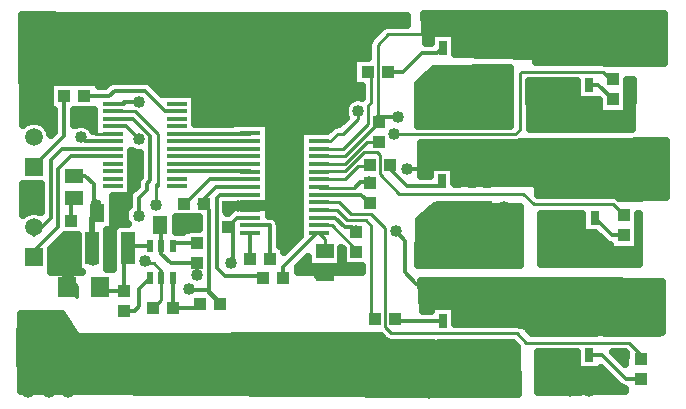
<source format=gtl>
G04 DipTrace 3.0.0.2*
G04 silbasmp6531BIG.GTL*
%MOIN*%
G04 #@! TF.FileFunction,Copper,L1,Top*
G04 #@! TF.Part,Single*
G04 #@! TA.AperFunction,Conductor*
%ADD10C,0.009843*%
%ADD14C,0.012992*%
%ADD15C,0.019685*%
G04 #@! TA.AperFunction,CopperBalancing*
%ADD16C,0.025*%
%ADD17R,0.03937X0.043307*%
%ADD18R,0.051181X0.059055*%
G04 #@! TA.AperFunction,ComponentPad*
%ADD19C,0.062992*%
%ADD20R,0.062992X0.062992*%
%ADD21R,0.059055X0.051181*%
%ADD22R,0.043307X0.03937*%
%ADD23R,0.062992X0.070866*%
G04 #@! TA.AperFunction,ComponentPad*
%ADD24R,0.059055X0.059055*%
%ADD25C,0.059055*%
%ADD26R,0.045276X0.106299*%
G04 #@! TA.AperFunction,ComponentPad*
%ADD27R,0.19685X0.19685*%
%ADD28R,0.19685X0.177165*%
%ADD30R,0.027559X0.045276*%
%ADD31R,0.185039X0.181102*%
%ADD32R,0.070866X0.01378*%
%ADD34R,0.023622X0.043307*%
%ADD35R,0.070866X0.015748*%
%ADD36R,0.098425X0.216535*%
G04 #@! TA.AperFunction,ViaPad*
%ADD37C,0.04*%
%FSLAX26Y26*%
G04*
G70*
G90*
G75*
G01*
G04 Top*
%LPD*%
X975010Y1245268D2*
D14*
X1221202D1*
X1221493Y1245559D1*
X975010Y1170268D2*
X1220013D1*
X1221493Y1168787D1*
X975010Y1270268D2*
X1220612D1*
X1221493Y1271150D1*
X975010Y1195268D2*
X1220604D1*
X1221493Y1194378D1*
X975010Y1295268D2*
X1220013D1*
X1221486Y1296740D1*
X975010Y1220268D2*
X1221194D1*
X1221493Y1219969D1*
X1637320Y676593D2*
D10*
X1624822D1*
Y989060D1*
X1606073Y1007808D1*
X1543580D1*
X1510554Y1040835D1*
X1449840D1*
Y1143197D2*
Y1145294D1*
X1537331D1*
X1581076Y1189039D1*
X1618572D1*
Y1190333D1*
X1449840Y1245559D2*
X1531357D1*
X1612323Y1326525D1*
Y1389018D1*
X1624822Y1401517D1*
Y1501507D1*
X1612323D1*
X2524727Y545357D2*
Y557856D1*
X2484575Y598008D1*
X2140861D1*
X2109177Y629692D1*
X1690471D1*
X1670685Y649478D1*
Y980693D1*
X1624822Y1026556D1*
X1556079D1*
X1516210Y1066425D1*
X1449840D1*
Y1168787D2*
Y1170291D1*
X1537331D1*
X1599824Y1232785D1*
X1643570D1*
X1651862Y1224492D1*
Y1160613D1*
X1717176Y1095299D1*
X2131018D1*
X2166079Y1060239D1*
X2428908D1*
X2466089Y1023058D1*
X2430987Y1476509D2*
X2421377D1*
X2396379Y1501507D1*
X2124769D1*
X2118520Y1495257D1*
Y1307777D1*
X2104668Y1293925D1*
X1699814D1*
X1581076Y1370270D2*
Y1345273D1*
X1531081Y1295278D1*
X1512333D1*
X1487336Y1270281D1*
X1450709D1*
X1449840Y1271150D1*
Y1117606D2*
Y1114047D1*
X1568577D1*
D14*
X1587325Y1132795D1*
X1616759D1*
X1618572Y1130982D1*
X1743559Y1176541D2*
X1906042D1*
X1912291Y1182790D1*
Y1139035D1*
X1909646Y1136390D1*
X1619831Y1130982D2*
X1618572D1*
X499940Y882822D2*
X481192D1*
X581181Y982811D1*
Y1176541D1*
X624908Y1220268D1*
X762412D1*
X924801Y814079D2*
D10*
Y741114D1*
X897776Y714089D1*
X608430Y782832D2*
X612428D1*
X643675Y751585D1*
Y789081D1*
X612428Y820328D1*
X995223Y992694D2*
X981672D1*
Y977797D1*
X785559Y1032110D2*
Y993458D1*
X749915Y957814D1*
Y932816D1*
X924801Y814079D2*
Y839172D1*
X899898Y864075D1*
X874899D1*
X868651Y870323D1*
X762412Y1295268D2*
X706178D1*
X656173Y1345273D1*
X1449840Y1296740D2*
X1460877D1*
X1443591Y1314026D1*
X1221493Y1040835D2*
Y1054159D1*
X1180192D1*
X1221493Y1066425D2*
X1192458D1*
X1180192Y1054159D1*
X1468588Y828890D2*
X1449840D1*
X624927Y939066D2*
D14*
Y914068D1*
X599929Y889071D1*
Y832827D1*
X612428Y820328D1*
X1221493Y1066425D2*
X1271686D1*
X1335663Y1130402D1*
X1221493Y1040835D2*
X1246096D1*
X1335663Y1130402D1*
X1148013Y1051472D2*
X1180192D1*
Y1054159D1*
X1285543Y876572D2*
Y989654D1*
X1221493D1*
X1862281Y670324D2*
X1710518D1*
X1704249Y676593D1*
X499940Y982822D2*
Y957814D1*
X556184Y1014058D1*
Y1207787D1*
X593664Y1245268D1*
X762412D1*
X2524727Y478428D2*
X2472919D1*
X2393491Y557856D1*
X2349781D1*
X2349761Y557875D1*
X848795Y1021693D2*
Y1081693D1*
X874999Y1107896D1*
Y1127622D1*
X887399Y1140022D1*
Y1289029D1*
X831155Y1345273D1*
X762417D1*
X762412Y1345268D1*
X1449840Y1015244D2*
X1504898D1*
X1537331Y982811D1*
X1560514D1*
X1574827Y968499D1*
X1912281Y670324D2*
Y751596D1*
X1868546Y795331D1*
X1774806D1*
X1737310Y832827D1*
Y939066D1*
X1706063Y970312D1*
X1574827Y968499D2*
Y970312D1*
X633885Y1080092D2*
X624927D1*
Y1005995D1*
X1221493Y1092016D2*
X1121308D1*
X1109144Y1079852D1*
Y848556D1*
X1137373Y820328D1*
X1257924D1*
X1264173Y814079D1*
X1679252Y1501507D2*
X1731060D1*
X1793554Y1564000D1*
X1843552D1*
X1862281Y1582728D1*
X2430987Y1409580D2*
X2428615D1*
X2380415Y1457781D1*
X2349761D1*
X499940Y1282790D2*
D15*
Y1264031D1*
X694298Y914068D2*
Y1015652D1*
X710756Y1032110D1*
X762412Y1270268D2*
D14*
Y1270281D1*
X668672D1*
X656173Y1282780D1*
X710756Y1032110D2*
D15*
Y1053215D1*
X706168Y1057803D1*
X1120844Y726493D2*
D14*
Y730618D1*
X1078492Y772970D1*
X1015022D1*
Y779219D1*
X696306Y872959D2*
Y912060D1*
X694298Y914068D1*
X497304Y1276530D2*
D15*
Y1280155D1*
X499940Y1282790D1*
X1221493Y1117606D2*
D14*
X1106541D1*
X1051299Y1062365D1*
X1067916D1*
X1064068D1*
X1084406Y1042028D1*
Y762932D1*
X1120844Y726493D1*
X633885Y1154895D2*
X671570D1*
X699919Y1126546D1*
Y1057803D1*
D15*
X706168D1*
X1912281Y1582728D2*
D10*
Y1570239D1*
X1918541Y1576499D1*
Y1626493D1*
X1681066D1*
X1645895Y1591323D1*
Y1334898D1*
X1649819D1*
X1449840Y1219969D2*
X1537013D1*
X1649819Y1332774D1*
Y1334898D1*
X1712312Y1351522D2*
D14*
X1643570D1*
Y1341147D1*
X1649819Y1334898D1*
X799908Y772458D2*
X729041D1*
X718667Y782832D1*
X799908Y772458D2*
Y914068D1*
X812408D1*
X887399Y920378D2*
X818718D1*
X812408Y914068D1*
X964705Y714089D2*
X1041510D1*
X1053915Y726493D1*
X964705Y714089D2*
Y811576D1*
X962202Y814079D1*
X920420Y992694D2*
X924801D1*
Y920378D1*
Y895415D1*
X956140Y864075D1*
X1042482D1*
X1042831Y863724D1*
X1221493Y1015244D2*
X1177051D1*
X1162370Y1000563D1*
Y857824D1*
X1156121Y864073D1*
X1044345Y824825D2*
Y863724D1*
X1042831D1*
X1148013Y984543D2*
Y986207D1*
X1162370Y1000563D1*
X887399Y814079D2*
X849904Y776584D1*
Y720339D1*
X835094Y705529D1*
X799908D1*
X1042831Y930654D2*
X962202D1*
Y920378D1*
X1685501Y1190333D2*
Y1178354D1*
X1743559Y1120297D1*
X1856049D1*
X1859646Y1123894D1*
Y1136390D1*
X666858Y1420265D2*
X749913D1*
X768661Y1439013D1*
X868651D1*
X937396Y1370268D1*
X975010D1*
X499940Y1182790D2*
Y1189039D1*
X599929Y1289029D1*
Y1420265D1*
X906147Y1057803D2*
D10*
Y1126546D1*
X912396Y1120297D1*
Y1295278D1*
X837407Y1370268D1*
X762412D1*
Y1395268D2*
D14*
X799908D1*
Y1401517D1*
X849903D1*
X762412Y1320268D2*
X806165D1*
X849903Y1276530D1*
X2466089Y956129D2*
X2426458D1*
X2368509Y1014077D1*
X1218614Y876572D2*
Y961184D1*
X1221493Y964063D1*
X1468588Y903693D2*
D10*
Y945315D1*
X1449840Y964063D1*
X1331102Y814079D2*
D14*
Y850386D1*
X1444780Y964063D1*
X1449840D1*
X1000987Y1062365D2*
X1004449D1*
X1087378Y1145294D1*
X1219396D1*
X1221493Y1143197D1*
X1449840Y989654D2*
D10*
X1492992D1*
X1574827Y907819D1*
Y901570D1*
X1449840Y1092016D2*
D14*
X1590609D1*
X1618572Y1064052D1*
X1649819Y1267969D2*
D10*
X1610010D1*
X1536420Y1194378D1*
X1449840D1*
D37*
X1699814Y1293925D3*
X1581076Y1370270D3*
X1743559Y1176541D3*
X1617727Y1133085D3*
X612428Y820328D3*
X981672Y977797D3*
X749915Y932816D3*
X868651Y870323D3*
X656173Y1345273D3*
X1443591Y1314026D3*
X1180192Y1054159D3*
X1449840Y828890D3*
X848795Y1021693D3*
X1706063Y970312D3*
X1574827D3*
X656173Y1282780D3*
D3*
X706168Y1057803D3*
X656173Y1282780D3*
X1015022Y779219D3*
X696306Y872959D3*
X1712312Y1351522D3*
X1156121Y864073D3*
X1044345Y824825D3*
X906147Y1057803D3*
X849903Y1401517D3*
Y1276530D3*
X1853412Y1330138D3*
X1903406D3*
X1797168Y1380134D3*
Y1330138D3*
X1965899D3*
X2022143D3*
X2072139Y1386382D3*
Y1330138D3*
X2067665Y1051812D3*
X512438Y682843D3*
X749913Y1657740D3*
X787409Y1651491D3*
X2283891Y1384175D3*
X2230348Y1321669D3*
X2286605D3*
X2342655Y1321203D3*
X2405154D3*
X2463420Y1321184D3*
X837404Y1651491D3*
X881150D3*
X924895D3*
X968640D3*
X1028451Y492726D3*
X2340585Y1384175D3*
X2230348D3*
X1078451Y492726D3*
X2067665Y995563D3*
Y933063D3*
X2084636Y442731D3*
X1128451Y492726D3*
X1178451D3*
X1228450D3*
X1278450D3*
X1328450D3*
X1378451D3*
X1811417Y870562D3*
X2002067Y870711D3*
X1939567D3*
X1870818Y870710D3*
X2234622Y930180D3*
Y880181D3*
X2284622Y880180D3*
X2349745Y439118D3*
X2384622Y880180D3*
X2434621D3*
X1018635Y1651491D3*
X1428451Y492726D3*
X1478451D3*
X1056131Y1645241D3*
X1099877D3*
X1143622Y1651491D3*
X1199866Y1645241D3*
X1237362Y1651491D3*
X2284622Y930180D3*
X2084636Y555219D3*
Y498975D3*
X1287357Y1651491D3*
X1349850Y1645241D3*
X1815916Y480227D3*
Y430234D3*
X1734675Y517724D3*
X1815916Y530223D3*
X1672180Y517724D3*
X1609686D3*
X1551286Y515562D3*
X1399845Y1645241D3*
X1449840D3*
X1499835Y1651491D3*
X1549829D3*
X1599824D3*
X1651987Y1656367D3*
X599929Y1670239D3*
X2347110Y486478D3*
X2290866Y492727D3*
X499940Y1651491D3*
X493690Y1613995D3*
X481192Y1551501D3*
X681171Y1626493D3*
X481192Y432869D3*
X549934D3*
X612428D3*
X2231008Y445367D3*
X2287252Y439118D3*
X2234622Y492727D3*
X568682Y682843D3*
X574932Y620349D3*
X468693Y676593D3*
X697283Y480228D3*
X524937Y620349D3*
X753528Y480228D3*
X803521D3*
X653538D3*
X847268D3*
X897261D3*
X462444Y620349D3*
X522751Y1547818D3*
X531186Y1670239D3*
X666035Y1561364D3*
X643675Y1495257D3*
X678535Y1655105D3*
X1393596Y1320276D3*
Y1382769D3*
X1814184Y1489151D2*
D16*
X2082963D1*
X1786156Y1464282D2*
X2083109D1*
X1782640Y1439413D2*
X2083207D1*
X1782640Y1414545D2*
X2083353D1*
X1782640Y1389676D2*
X2083451D1*
X1782640Y1364807D2*
X2083597D1*
X1782640Y1339938D2*
X2083696D1*
X2085348Y1513810D2*
X1834702Y1509638D1*
X1780119Y1461121D1*
X1780117Y1319581D1*
X2086318D1*
X2085346Y1513803D1*
X1793420Y1245411D2*
X2603483D1*
X1793420Y1220542D2*
X2603483D1*
X1793420Y1195673D2*
X2603483D1*
X1793420Y1170804D2*
X1816862D1*
X1902429D2*
X2603483D1*
X1902429Y1145936D2*
X2603483D1*
X2180895Y1121067D2*
X2603483D1*
X2180895Y1096198D2*
X2603483D1*
X1831874Y1185520D2*
X1899917D1*
Y1130100D1*
X2166860Y1130123D1*
X2170663Y1129210D1*
X2173997Y1127167D1*
X2176537Y1124193D1*
X2178034Y1120580D1*
X2178379Y1117661D1*
Y1092320D1*
X2191079Y1091652D1*
X2431373Y1091555D1*
X2438615Y1090114D1*
X2445322Y1087024D1*
X2451121Y1082451D1*
X2451349Y1082203D1*
X2451777Y1081795D1*
X2605967Y1082802D1*
Y1270155D1*
X2384604Y1267644D1*
X2120980D1*
X2115728Y1265403D1*
X2108486Y1263962D1*
X1881021Y1263865D1*
X1790933D1*
X1790920Y1153248D1*
X1819390Y1153285D1*
X1819374Y1185520D1*
X1831874D1*
X1795349Y780323D2*
X2590983D1*
X1796667Y755454D2*
X2590983D1*
X1797937Y730585D2*
X2590983D1*
X1799206Y705717D2*
X1819499D1*
X1905066D2*
X2590983D1*
X1905066Y680848D2*
X2590983D1*
X2141003Y655979D2*
X2590983D1*
X2161121Y631110D2*
X2304949D1*
X1834509Y719454D2*
X1902552D1*
Y661105D1*
X2111642Y661008D1*
X2118885Y659567D1*
X2121558Y658549D1*
X2124804Y657846D1*
X2133937Y657501D1*
X2137550Y656004D1*
X2140524Y653465D1*
X2159339Y630220D1*
X2593469Y632849D1*
X2593295Y801755D1*
X2334610Y805192D1*
X1791596D1*
X1796833Y703302D1*
X1821993Y703312D1*
X1822009Y719454D1*
X1834509D1*
X1804722Y1670366D2*
X2597231D1*
X1806333Y1645497D2*
X2597231D1*
X1807944Y1620629D2*
X1819545D1*
X1905063D2*
X2597231D1*
X1905063Y1595760D2*
X2597231D1*
X1905063Y1570891D2*
X2597231D1*
X2174643Y1546022D2*
X2597231D1*
X1834509Y1631858D2*
X1902552D1*
Y1559446D1*
X2161794Y1554928D1*
X2165492Y1553656D1*
X2168617Y1551304D1*
X2170862Y1548102D1*
X2172008Y1544362D1*
X2172130Y1532900D1*
X2398844Y1532823D1*
X2404093Y1531945D1*
X2422052Y1531647D1*
X2599718Y1532755D1*
Y1695235D1*
X1800577D1*
X1806987Y1597007D1*
X1822021Y1596988D1*
X1822009Y1631858D1*
X1834509D1*
X2152927Y1449003D2*
X2307009D1*
X2479685D2*
X2493696D1*
X2153415Y1424134D2*
X2307009D1*
X2479685D2*
X2493077D1*
X2153903Y1399265D2*
X2382302D1*
X2479685D2*
X2492461D1*
X2154392Y1374396D2*
X2382302D1*
X2479685D2*
X2491930D1*
X2154881Y1349528D2*
X2491286D1*
X2155369Y1324659D2*
X2490701D1*
X2382953Y1408651D2*
X2309490D1*
Y1470126D1*
X2150042Y1470093D1*
X2153358Y1311416D1*
X2492958Y1312050D1*
X2496787Y1473797D1*
X2477148Y1473556D1*
X2477164Y1361434D1*
X2384810D1*
Y1406795D1*
X2193169Y1011870D2*
X2325718D1*
X2193169Y987001D2*
X2325718D1*
X2193218Y962133D2*
X2371323D1*
X2193266Y937264D2*
X2396177D1*
X2193266Y912395D2*
X2417417D1*
X2193315Y887526D2*
X2513218D1*
X2193365Y862657D2*
X2513315D1*
X2371037Y964948D2*
X2328238D1*
Y1028864D1*
X2190577Y1028825D1*
X2190877Y861440D1*
X2515828D1*
X2515243Y1027656D1*
X2512282Y1027702D1*
X2512266Y907983D1*
X2419912D1*
Y923852D1*
X2413833Y925651D1*
X2407068Y929441D1*
X2403131Y932802D1*
X2370987Y964946D1*
X2183514Y551734D2*
X2307005D1*
X2448724D2*
X2469310D1*
X2183514Y526865D2*
X2307005D1*
X2183514Y501996D2*
X2400219D1*
X2183514Y477127D2*
X2425072D1*
X2183514Y452259D2*
X2450365D1*
X2390033Y514672D2*
Y508745D1*
X2309490D1*
Y566606D1*
X2181010Y566594D1*
X2181014Y433097D1*
X2468839Y438879D1*
X2468987Y445650D1*
X2462724Y447054D1*
X2455682Y450301D1*
X2449592Y455101D1*
X2390034Y514660D1*
X2471538Y566594D2*
X2431402D1*
X2471167Y526919D1*
X2472213Y565919D1*
X1807598Y1028077D2*
X2115831D1*
X1784259Y1003209D2*
X2115831D1*
X1784160Y978340D2*
X2115831D1*
X1784063Y953471D2*
X2115831D1*
X1783965Y928602D2*
X2115831D1*
X1783867Y903735D2*
X2115831D1*
X1783770Y878866D2*
X2115831D1*
X2118370Y1052219D2*
X1836155Y1052936D1*
X1781782Y1009413D1*
X1781196Y856655D1*
X2118352Y856715D1*
Y1052272D1*
X1794571Y574096D2*
X2107636D1*
X1757949Y549227D2*
X2107979D1*
X1766251Y524358D2*
X2108272D1*
X1774503Y499490D2*
X2108613D1*
X1782803Y474621D2*
X2108955D1*
X1791104Y449752D2*
X2109297D1*
X2110014Y584429D2*
X2095444Y599000D1*
X1849743Y598965D1*
X1752793Y557168D1*
X1796310Y426635D1*
X2112157Y426621D1*
X2109992Y584495D1*
X457794Y670471D2*
X606455D1*
X457207Y645602D2*
X622374D1*
X456573Y620734D2*
X638243D1*
X456134Y595865D2*
X1827598D1*
X456475Y570996D2*
X1822911D1*
X456866Y546127D2*
X1818223D1*
X457257Y521259D2*
X1813535D1*
X457647Y496390D2*
X1808849D1*
X457990Y471521D2*
X1804161D1*
X458379Y446652D2*
X1799474D1*
X1830613Y598278D2*
X1688007Y598375D1*
X1680764Y599815D1*
X1674058Y602907D1*
X1668259Y607479D1*
X1668030Y607727D1*
X1655932Y619804D1*
X648122Y617047D1*
X644399Y618245D1*
X641228Y620534D1*
X639508Y622669D1*
X593058Y695378D1*
X455837Y695340D1*
X453559Y599156D1*
X456196Y439119D1*
X637534Y438799D1*
X1798576Y428896D1*
X1830564Y598316D1*
X462308Y1667731D2*
X687265D1*
X462308Y1642862D2*
X687265D1*
X462308Y1617993D2*
X687265D1*
X462308Y1593125D2*
X687265D1*
X462308Y1568256D2*
X687265D1*
X462308Y1543387D2*
X687265D1*
X462308Y1518518D2*
X687265D1*
X462308Y1493650D2*
X687265D1*
X462308Y1468781D2*
X687265D1*
X689777Y1466476D2*
X689510Y1687370D1*
X459827Y1692327D1*
X459867Y1467567D1*
X689797Y1466487D1*
X464945Y1664117D2*
X1741512D1*
X464945Y1639248D2*
X1646932D1*
X464945Y1614379D2*
X1622030D1*
X464945Y1589510D2*
X1611971D1*
X464945Y1564642D2*
X1611971D1*
X464945Y1539773D2*
X1561678D1*
X464945Y1514904D2*
X1561678D1*
X464945Y1490035D2*
X1561678D1*
X464945Y1465167D2*
X549276D1*
X717508D2*
X746102D1*
X891239D2*
X1561678D1*
X464945Y1440298D2*
X549276D1*
X916483D2*
X1590927D1*
X464945Y1415429D2*
X549276D1*
X1039432D2*
X1567538D1*
X464945Y1390560D2*
X549276D1*
X1039432D2*
X1536727D1*
X464945Y1365692D2*
X564462D1*
X635428D2*
X698007D1*
X1039432D2*
X1532332D1*
X464945Y1340823D2*
X564462D1*
X635428D2*
X698007D1*
X1039432D2*
X1529696D1*
X547587Y1315954D2*
X564462D1*
X1285916D2*
X1486092D1*
X1285916Y1291085D2*
X1385408D1*
X1285916Y1266217D2*
X1385408D1*
X1285916Y1241348D2*
X1385408D1*
X826835Y1216479D2*
X851912D1*
X1285916D2*
X1385408D1*
X826835Y1191610D2*
X851912D1*
X1285916D2*
X1385408D1*
X826835Y1166741D2*
X851912D1*
X1285916D2*
X1385408D1*
X826835Y1141873D2*
X842782D1*
X1285916D2*
X1385408D1*
X464945Y1117004D2*
X520711D1*
X1285916D2*
X1385408D1*
X464945Y1092135D2*
X520711D1*
X1285916D2*
X1385408D1*
X464945Y1067266D2*
X520711D1*
X765360D2*
X813339D1*
X1285916D2*
X1385408D1*
X464945Y1042398D2*
X520711D1*
X765360D2*
X804647D1*
X1285916D2*
X1385408D1*
X765360Y1017529D2*
X800008D1*
X1305643D2*
X1385408D1*
X974979Y992660D2*
X1048934D1*
X1320878D2*
X1385408D1*
X745927Y967791D2*
X760799D1*
X1321024D2*
X1385408D1*
X590408Y942923D2*
X642684D1*
X745927D2*
X760799D1*
X1321024D2*
X1374520D1*
X565555Y918054D2*
X642684D1*
X745927D2*
X760799D1*
X1336210D2*
X1349618D1*
X558475Y893185D2*
X642684D1*
X745927D2*
X760799D1*
X558475Y868316D2*
X642684D1*
X745927D2*
X760799D1*
X558475Y843448D2*
X642684D1*
X1381766D2*
X1590927D1*
X972503Y1016146D2*
Y968488D1*
X996702Y968524D1*
X996655Y978799D1*
X1051391D1*
X1051417Y1016203D1*
X972521Y1016188D1*
X762839Y1086909D2*
Y976091D1*
X743454D1*
X743428Y844735D1*
X763266Y844757D1*
X763278Y993710D1*
X811667D1*
X807370Y1000585D1*
X804579Y1007325D1*
X802875Y1014420D1*
X802303Y1021693D1*
X802875Y1028966D1*
X804579Y1036060D1*
X807370Y1042801D1*
X811182Y1049020D1*
X815814Y1054453D1*
X815908Y1084281D1*
X816219Y1086883D1*
X762862Y1086886D1*
X1593416Y853424D2*
X1528650D1*
Y909625D1*
X1524613Y913608D1*
X1524608Y851610D1*
X1412568D1*
Y885253D1*
X1379269Y851899D1*
X1379248Y832864D1*
X1593450Y832828D1*
X1593408Y853400D1*
X1318501Y922749D2*
X1333689D1*
Y899654D1*
X1387912Y953849D1*
X1387915Y1177563D1*
Y1305516D1*
X1478198D1*
X1491932Y1319165D1*
X1498072Y1323268D1*
X1505000Y1325824D1*
X1512333Y1326692D1*
X1512671Y1326678D1*
X1518046Y1326692D1*
X1539978Y1348600D1*
X1536860Y1355903D1*
X1535156Y1362997D1*
X1534584Y1370270D1*
X1535156Y1377543D1*
X1536860Y1384638D1*
X1539651Y1391378D1*
X1543463Y1397597D1*
X1548201Y1403146D1*
X1553749Y1407883D1*
X1559969Y1411696D1*
X1566709Y1414487D1*
X1573803Y1416190D1*
X1581076Y1416762D1*
X1588349Y1416190D1*
X1593425Y1415056D1*
X1593408Y1455374D1*
X1564177Y1455329D1*
Y1547684D1*
X1614518D1*
X1614579Y1593787D1*
X1616018Y1601030D1*
X1619110Y1607736D1*
X1623682Y1613535D1*
X1623930Y1613765D1*
X1660664Y1650381D1*
X1666804Y1654483D1*
X1673732Y1657039D1*
X1681066Y1657907D1*
X1681403Y1657894D1*
X1744102Y1657907D1*
X1743558Y1688986D1*
X462445D1*
Y1324386D1*
X470669Y1330555D1*
X478501Y1334546D1*
X486862Y1337262D1*
X495545Y1338636D1*
X504335D1*
X513017Y1337262D1*
X521378Y1334546D1*
X529210Y1330555D1*
X536322Y1325387D1*
X542537Y1319172D1*
X547705Y1312060D1*
X551696Y1304228D1*
X554412Y1295867D1*
X555328Y1291059D1*
X566970Y1302722D1*
X566941Y1374136D1*
X551783Y1374088D1*
Y1466442D1*
X715004D1*
Y1453210D1*
X736243Y1453253D1*
X747238Y1464097D1*
X753685Y1468406D1*
X760961Y1471091D1*
X768661Y1472001D1*
X768995Y1471988D1*
X871239Y1471900D1*
X878845Y1470387D1*
X885887Y1467140D1*
X891978Y1462340D1*
X892203Y1462094D1*
X925640Y1428676D1*
X1036936Y1428650D1*
Y1328210D1*
X1159531Y1328256D1*
X1159560Y1331106D1*
X1283411D1*
X1283370Y1134421D1*
X1283419Y1057650D1*
X1159568D1*
Y1059066D1*
X1142148Y1059028D1*
X1142133Y1032734D1*
X1147883Y1032728D1*
X1157661Y1041932D1*
X1157990Y1042151D1*
X1157661Y1041932D1*
X1159568Y1043378D1*
Y1049610D1*
X1283419D1*
Y1022609D1*
X1290703Y1022236D1*
X1298168Y1020131D1*
X1304933Y1016341D1*
X1310627Y1011077D1*
X1314936Y1004630D1*
X1317619Y997354D1*
X1318531Y989654D1*
X1318518Y989320D1*
X1318531Y922710D1*
X660678Y832772D2*
Y834427D1*
X645168D1*
Y957815D1*
X602891Y957849D1*
X555928Y910906D1*
X555959Y832774D1*
X660638Y832828D1*
X462434Y1024381D2*
X467012Y1028143D1*
X474508Y1032735D1*
X482629Y1036100D1*
X491176Y1038151D1*
X499940Y1038841D1*
X508703Y1038151D1*
X517251Y1036100D1*
X523203Y1033735D1*
X523196Y1126802D1*
X462454Y1126770D1*
X462445Y1024484D1*
X648075Y1374106D2*
X632890Y1374088D1*
X632917Y1323049D1*
X638382Y1325732D1*
X645320Y1327987D1*
X652525Y1329129D1*
X659822D1*
X667026Y1327987D1*
X673965Y1325732D1*
X680466Y1322420D1*
X686367Y1318133D1*
X691526Y1312974D1*
X695814Y1307072D1*
X697891Y1303252D1*
X700535Y1303650D1*
X697598Y1303887D1*
X697891Y1303252D1*
X700487Y1311886D1*
Y1374043D1*
X632924Y1374088D1*
X824337Y1237702D2*
X824289Y1236886D1*
X825610Y1236890D1*
X824343Y1237736D1*
X824337Y1103797D1*
X842008Y1121558D1*
X842416Y1132782D1*
X844521Y1140245D1*
X848310Y1147012D1*
X854417Y1153693D1*
X851917Y1151175D1*
X854411Y1165022D1*
Y1230306D1*
X846255Y1230181D1*
X839050Y1231323D1*
X832112Y1233577D1*
X825610Y1236890D1*
X632913Y1322999D2*
X638382Y1325732D1*
X645320Y1327987D1*
X652525Y1329129D1*
X659822D1*
X667026Y1327987D1*
X673965Y1325732D1*
X680466Y1322420D1*
X686367Y1318133D1*
X691526Y1312974D1*
X695814Y1307072D1*
X697598Y1303887D1*
X700487Y1311886D1*
Y1374043D1*
X632913Y1322999D2*
X638382Y1325732D1*
X645320Y1327987D1*
X652525Y1329129D1*
X659822D1*
X667026Y1327987D1*
X673965Y1325732D1*
X680466Y1322420D1*
X686367Y1318133D1*
X691526Y1312974D1*
X695814Y1307072D1*
X697891Y1303252D1*
D17*
X799908Y705529D3*
Y772458D3*
D18*
X920420Y992694D3*
X995223D3*
D19*
X2328362Y886436D3*
D20*
X2078362D3*
D18*
X710756Y1032110D3*
X785559D3*
D17*
X1618572Y1064052D3*
Y1130982D3*
X1649819Y1267969D3*
Y1334898D3*
X1574827Y901570D3*
Y968499D3*
D21*
X1468588Y828890D3*
Y903693D3*
D22*
X1218614Y876572D3*
X1285543D3*
D17*
X1148013Y984543D3*
Y1051472D3*
D21*
X633885Y1080092D3*
Y1154895D3*
D23*
X718667Y782832D3*
X608430D3*
D24*
X499940Y882822D3*
D25*
Y982822D3*
Y1082822D3*
D24*
Y1182790D3*
D25*
Y1282790D3*
Y1382790D3*
D26*
X812408Y914068D3*
X694298D3*
D27*
X2493480Y714089D3*
X2512228Y1182790D3*
D28*
X2505979Y1613995D3*
D27*
X581181Y1582748D3*
X549934Y532858D3*
D30*
X2009646Y1136409D3*
X1959646Y1136390D3*
X1909646D3*
X1859646D3*
D31*
X1934646Y982050D3*
D30*
X2218509Y1014058D3*
X2268509Y1014077D3*
X2318509D3*
X2368509D3*
D31*
X2293509Y1168417D3*
D30*
X2012281Y670344D3*
X1962281Y670324D3*
X1912281D3*
X1862281D3*
D31*
X1937281Y515984D3*
D30*
X2199761Y557856D3*
X2249761Y557875D3*
X2299761D3*
X2349761D3*
D31*
X2274761Y712215D3*
D30*
X2012281Y1582748D3*
X1962281Y1582728D3*
X1912281D3*
X1862281D3*
D31*
X1937281Y1428388D3*
D30*
X2199761Y1457761D3*
X2249761Y1457781D3*
X2299761D3*
X2349761D3*
D31*
X2274761Y1612121D3*
D22*
X1637320Y676593D3*
X1704249D3*
D17*
X2524727Y545357D3*
Y478428D3*
D22*
X1612323Y1501507D3*
X1679252D3*
D17*
X2430987Y1476509D3*
Y1409580D3*
D22*
X1618572Y1190333D3*
X1685501D3*
D17*
X624927Y1005995D3*
Y939066D3*
X1042831Y930654D3*
Y863724D3*
D22*
X1053915Y726493D3*
X1120844D3*
D17*
X2466089Y1023058D3*
Y956129D3*
D22*
X964705Y714089D3*
X897776D3*
X1331102Y814079D3*
X1264173D3*
X1000987Y1062365D3*
X1067916D3*
X599929Y1420265D3*
X666858D3*
D32*
X762412Y1395268D3*
Y1370268D3*
Y1345268D3*
Y1320268D3*
Y1295268D3*
Y1270268D3*
Y1245268D3*
Y1220268D3*
Y1195268D3*
Y1170268D3*
Y1145268D3*
Y1120268D3*
X975018Y1120248D3*
X975010Y1145268D3*
Y1170268D3*
Y1195268D3*
Y1220268D3*
Y1245268D3*
Y1270268D3*
Y1295268D3*
Y1320268D3*
Y1345268D3*
Y1370268D3*
Y1395268D3*
D34*
X887399Y814079D3*
X924801D3*
X962202D3*
Y920378D3*
X924801D3*
X887399D3*
D35*
X1449840Y964063D3*
Y989654D3*
Y1015244D3*
Y1040835D3*
Y1066425D3*
Y1092016D3*
Y1117606D3*
Y1143197D3*
Y1168787D3*
Y1194378D3*
Y1219969D3*
Y1245559D3*
Y1271150D3*
Y1296740D3*
X1221486D3*
X1221493Y1271150D3*
Y1245559D3*
Y1219969D3*
Y1194378D3*
Y1168787D3*
Y1143197D3*
Y1117606D3*
Y1092016D3*
Y1066425D3*
Y1040835D3*
Y1015244D3*
Y989654D3*
Y964063D3*
D36*
X1335663Y1130402D3*
M02*

</source>
